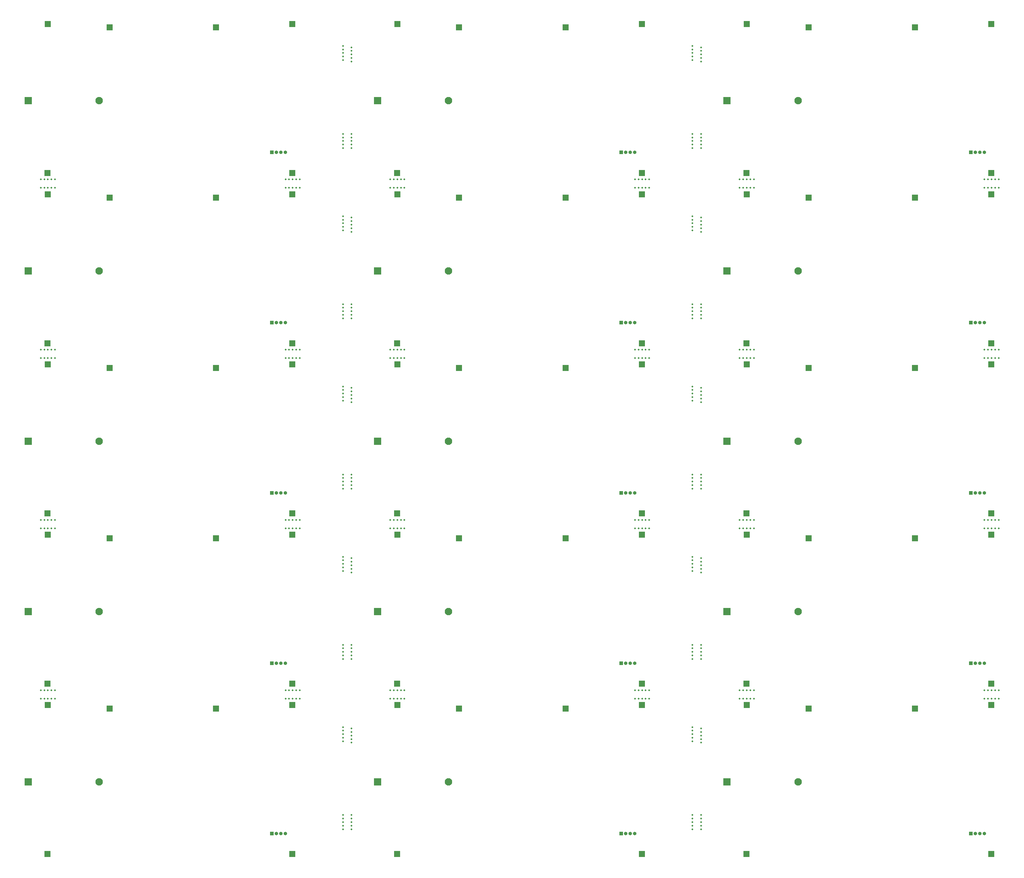
<source format=gbs>
%TF.GenerationSoftware,KiCad,Pcbnew,7.0.1-3b83917a11~171~ubuntu20.04.1*%
%TF.CreationDate,2023-10-26T23:57:44+02:00*%
%TF.ProjectId,panel_bottom,70616e65-6c5f-4626-9f74-746f6d2e6b69,rev?*%
%TF.SameCoordinates,Original*%
%TF.FileFunction,Soldermask,Bot*%
%TF.FilePolarity,Negative*%
%FSLAX46Y46*%
G04 Gerber Fmt 4.6, Leading zero omitted, Abs format (unit mm)*
G04 Created by KiCad (PCBNEW 7.0.1-3b83917a11~171~ubuntu20.04.1) date 2023-10-26 23:57:44*
%MOMM*%
%LPD*%
G01*
G04 APERTURE LIST*
%ADD10C,0.500000*%
%ADD11R,1.700000X1.700000*%
%ADD12R,2.100000X2.100000*%
%ADD13C,2.100000*%
%ADD14R,1.000000X1.000000*%
%ADD15O,1.000000X1.000000*%
G04 APERTURE END LIST*
D10*
%TO.C,KiKit_MB_41_2*%
X196550000Y-125200000D03*
%TD*%
%TO.C,KiKit_MB_47_3*%
X182350000Y-116200000D03*
%TD*%
%TO.C,KiKit_MB_4_2*%
X84850000Y-65800000D03*
%TD*%
%TO.C,KiKit_MB_38_3*%
X83850000Y-161800000D03*
%TD*%
%TO.C,KiKit_MB_72_2*%
X210850000Y-164200000D03*
%TD*%
%TO.C,KiKit_MB_23_1*%
X115350000Y-113800000D03*
%TD*%
%TO.C,KiKit_MB_86_4*%
X212850000Y-212200000D03*
%TD*%
%TO.C,KiKit_MB_53_3*%
X280850000Y-116200000D03*
%TD*%
%TO.C,KiKit_MB_57_4*%
X13850000Y-209800000D03*
%TD*%
%TO.C,KiKit_MB_76_4*%
X98050000Y-248000000D03*
%TD*%
%TO.C,KiKit_MB_40_3*%
X83850000Y-116200000D03*
%TD*%
%TO.C,KiKit_MB_68_3*%
X100450000Y-199000000D03*
%TD*%
%TO.C,KiKit_MB_12_5*%
X278850000Y-65800000D03*
%TD*%
%TO.C,KiKit_MB_50_1*%
X282850000Y-161800000D03*
%TD*%
%TO.C,KiKit_MB_6_4*%
X196550000Y-56000000D03*
%TD*%
%TO.C,KiKit_MB_15_2*%
X98050000Y-77200000D03*
%TD*%
%TO.C,KiKit_MB_33_1*%
X278850000Y-68200000D03*
%TD*%
%TO.C,KiKit_MB_65_3*%
X100450000Y-174600000D03*
%TD*%
%TO.C,KiKit_MB_33_3*%
X280850000Y-68200000D03*
%TD*%
%TO.C,KiKit_MB_37_1*%
X16850000Y-161800000D03*
%TD*%
%TO.C,KiKit_MB_44_1*%
X184350000Y-161800000D03*
%TD*%
%TO.C,KiKit_MB_49_3*%
X211850000Y-161800000D03*
%TD*%
%TO.C,KiKit_MB_10_1*%
X100450000Y-57000000D03*
%TD*%
%TO.C,KiKit_MB_4_5*%
X81850000Y-65800000D03*
%TD*%
%TO.C,KiKit_MB_48_1*%
X100450000Y-153000000D03*
%TD*%
%TO.C,KiKit_MB_51_3*%
X198950000Y-126600000D03*
%TD*%
%TO.C,KiKit_MB_65_2*%
X100450000Y-175600000D03*
%TD*%
%TO.C,KiKit_MB_73_5*%
X282850000Y-164200000D03*
%TD*%
%TO.C,KiKit_MB_37_4*%
X13850000Y-161800000D03*
%TD*%
%TO.C,KiKit_MB_24_1*%
X184350000Y-113800000D03*
%TD*%
%TO.C,KiKit_MB_2_1*%
X98050000Y-53000000D03*
%TD*%
%TO.C,KiKit_MB_51_1*%
X198950000Y-128600000D03*
%TD*%
%TO.C,KiKit_MB_23_3*%
X113350000Y-113800000D03*
%TD*%
%TO.C,KiKit_MB_10_5*%
X100450000Y-53000000D03*
%TD*%
%TO.C,KiKit_MB_35_3*%
X98050000Y-126200000D03*
%TD*%
%TO.C,KiKit_MB_8_3*%
X182350000Y-65800000D03*
%TD*%
%TO.C,KiKit_MB_41_4*%
X196550000Y-127200000D03*
%TD*%
%TO.C,KiKit_MB_42_3*%
X196550000Y-151000000D03*
%TD*%
%TO.C,KiKit_MB_26_1*%
X111350000Y-68200000D03*
%TD*%
%TO.C,KiKit_MB_49_1*%
X213850000Y-161800000D03*
%TD*%
%TO.C,KiKit_MB_72_4*%
X212850000Y-164200000D03*
%TD*%
%TO.C,KiKit_MB_83_4*%
X183350000Y-212200000D03*
%TD*%
%TO.C,KiKit_MB_1_3*%
X98050000Y-30200000D03*
%TD*%
%TO.C,KiKit_MB_54_4*%
X198950000Y-150000000D03*
%TD*%
%TO.C,KiKit_MB_62_3*%
X196550000Y-199000000D03*
%TD*%
%TO.C,KiKit_MB_50_5*%
X278850000Y-161800000D03*
%TD*%
%TO.C,KiKit_MB_45_1*%
X100450000Y-128600000D03*
%TD*%
%TO.C,KiKit_MB_4_1*%
X85850000Y-65800000D03*
%TD*%
%TO.C,KiKit_MB_53_4*%
X281850000Y-116200000D03*
%TD*%
%TO.C,KiKit_MB_14_3*%
X198950000Y-55000000D03*
%TD*%
%TO.C,KiKit_MB_69_2*%
X212850000Y-209800000D03*
%TD*%
%TO.C,KiKit_MB_32_5*%
X213850000Y-68200000D03*
%TD*%
%TO.C,KiKit_MB_4_4*%
X82850000Y-65800000D03*
%TD*%
%TO.C,KiKit_MB_76_5*%
X98050000Y-249000000D03*
%TD*%
%TO.C,KiKit_MB_37_5*%
X12850000Y-161800000D03*
%TD*%
%TO.C,KiKit_MB_76_2*%
X98050000Y-246000000D03*
%TD*%
%TO.C,KiKit_MB_45_3*%
X100450000Y-126600000D03*
%TD*%
%TO.C,KiKit_MB_56_1*%
X98050000Y-197000000D03*
%TD*%
%TO.C,KiKit_MB_63_4*%
X112350000Y-209800000D03*
%TD*%
%TO.C,KiKit_MB_78_1*%
X81850000Y-212200000D03*
%TD*%
%TO.C,KiKit_MB_70_3*%
X280850000Y-209800000D03*
%TD*%
%TO.C,KiKit_MB_64_5*%
X180350000Y-209800000D03*
%TD*%
%TO.C,KiKit_MB_23_5*%
X111350000Y-113800000D03*
%TD*%
%TO.C,KiKit_MB_53_1*%
X278850000Y-116200000D03*
%TD*%
%TO.C,KiKit_MB_83_3*%
X182350000Y-212200000D03*
%TD*%
%TO.C,KiKit_MB_11_3*%
X211850000Y-65800000D03*
%TD*%
%TO.C,KiKit_MB_32_3*%
X211850000Y-68200000D03*
%TD*%
D11*
%TO.C,J3*%
X14850000Y-22000000D03*
%TD*%
%TO.C,J3*%
X113350000Y-22000000D03*
%TD*%
%TO.C,J3*%
X211850000Y-22000000D03*
%TD*%
%TO.C,J3*%
X14850000Y-70000000D03*
%TD*%
%TO.C,J3*%
X113350000Y-70000000D03*
%TD*%
%TO.C,J3*%
X211850000Y-70000000D03*
%TD*%
%TO.C,J3*%
X14850000Y-118000000D03*
%TD*%
%TO.C,J3*%
X113350000Y-118000000D03*
%TD*%
%TO.C,J3*%
X211850000Y-118000000D03*
%TD*%
%TO.C,J3*%
X14850000Y-166000000D03*
%TD*%
%TO.C,J3*%
X113350000Y-166000000D03*
%TD*%
%TO.C,J3*%
X211850000Y-166000000D03*
%TD*%
%TO.C,J3*%
X14850000Y-214000000D03*
%TD*%
%TO.C,J3*%
X113350000Y-214000000D03*
%TD*%
%TO.C,J3*%
X211850000Y-214000000D03*
%TD*%
D10*
%TO.C,KiKit_MB_66_2*%
X112350000Y-164200000D03*
%TD*%
D11*
%TO.C,J2*%
X32250000Y-23000000D03*
%TD*%
%TO.C,J2*%
X130750000Y-23000000D03*
%TD*%
%TO.C,J2*%
X229250000Y-23000000D03*
%TD*%
%TO.C,J2*%
X32250000Y-71000000D03*
%TD*%
%TO.C,J2*%
X130750000Y-71000000D03*
%TD*%
%TO.C,J2*%
X229250000Y-71000000D03*
%TD*%
%TO.C,J2*%
X32250000Y-119000000D03*
%TD*%
%TO.C,J2*%
X130750000Y-119000000D03*
%TD*%
%TO.C,J2*%
X229250000Y-119000000D03*
%TD*%
%TO.C,J2*%
X32250000Y-167000000D03*
%TD*%
%TO.C,J2*%
X130750000Y-167000000D03*
%TD*%
%TO.C,J2*%
X229250000Y-167000000D03*
%TD*%
%TO.C,J2*%
X32250000Y-215000000D03*
%TD*%
%TO.C,J2*%
X130750000Y-215000000D03*
%TD*%
%TO.C,J2*%
X229250000Y-215000000D03*
%TD*%
D10*
%TO.C,KiKit_MB_9_3*%
X100450000Y-30600000D03*
%TD*%
%TO.C,KiKit_MB_47_2*%
X181350000Y-116200000D03*
%TD*%
%TO.C,KiKit_MB_54_2*%
X198950000Y-152000000D03*
%TD*%
%TO.C,KiKit_MB_35_4*%
X98050000Y-127200000D03*
%TD*%
%TO.C,KiKit_MB_44_2*%
X183350000Y-161800000D03*
%TD*%
%TO.C,KiKit_MB_58_5*%
X81850000Y-209800000D03*
%TD*%
%TO.C,KiKit_MB_3_4*%
X13850000Y-65800000D03*
%TD*%
%TO.C,KiKit_MB_75_3*%
X98050000Y-222200000D03*
%TD*%
%TO.C,KiKit_MB_30_4*%
X279850000Y-113800000D03*
%TD*%
%TO.C,KiKit_MB_21_4*%
X196550000Y-79200000D03*
%TD*%
%TO.C,KiKit_MB_43_2*%
X114350000Y-161800000D03*
%TD*%
%TO.C,KiKit_MB_17_5*%
X12850000Y-113800000D03*
%TD*%
%TO.C,KiKit_MB_8_5*%
X180350000Y-65800000D03*
%TD*%
%TO.C,KiKit_MB_13_5*%
X198950000Y-28600000D03*
%TD*%
%TO.C,KiKit_MB_40_4*%
X84850000Y-116200000D03*
%TD*%
%TO.C,KiKit_MB_42_5*%
X196550000Y-153000000D03*
%TD*%
%TO.C,KiKit_MB_37_2*%
X15850000Y-161800000D03*
%TD*%
%TO.C,KiKit_MB_85_4*%
X198950000Y-221600000D03*
%TD*%
%TO.C,KiKit_MB_24_2*%
X183350000Y-113800000D03*
%TD*%
%TO.C,KiKit_MB_67_2*%
X181350000Y-164200000D03*
%TD*%
%TO.C,KiKit_MB_75_2*%
X98050000Y-221200000D03*
%TD*%
%TO.C,KiKit_MB_48_4*%
X100450000Y-150000000D03*
%TD*%
%TO.C,KiKit_MB_73_4*%
X281850000Y-164200000D03*
%TD*%
%TO.C,KiKit_MB_65_5*%
X100450000Y-172600000D03*
%TD*%
%TO.C,KiKit_MB_78_3*%
X83850000Y-212200000D03*
%TD*%
%TO.C,KiKit_MB_30_5*%
X278850000Y-113800000D03*
%TD*%
%TO.C,KiKit_MB_58_4*%
X82850000Y-209800000D03*
%TD*%
%TO.C,KiKit_MB_23_4*%
X112350000Y-113800000D03*
%TD*%
%TO.C,KiKit_MB_20_1*%
X81850000Y-68200000D03*
%TD*%
%TO.C,KiKit_MB_51_4*%
X198950000Y-125600000D03*
%TD*%
%TO.C,KiKit_MB_5_1*%
X196550000Y-28200000D03*
%TD*%
%TO.C,KiKit_MB_63_1*%
X115350000Y-209800000D03*
%TD*%
%TO.C,KiKit_MB_2_4*%
X98050000Y-56000000D03*
%TD*%
%TO.C,KiKit_MB_44_5*%
X180350000Y-161800000D03*
%TD*%
%TO.C,KiKit_MB_19_3*%
X14850000Y-68200000D03*
%TD*%
%TO.C,KiKit_MB_19_4*%
X15850000Y-68200000D03*
%TD*%
%TO.C,KiKit_MB_43_4*%
X112350000Y-161800000D03*
%TD*%
%TO.C,KiKit_MB_29_5*%
X209850000Y-113800000D03*
%TD*%
%TO.C,KiKit_MB_68_4*%
X100450000Y-198000000D03*
%TD*%
%TO.C,KiKit_MB_88_5*%
X198950000Y-245000000D03*
%TD*%
%TO.C,KiKit_MB_48_3*%
X100450000Y-151000000D03*
%TD*%
%TO.C,KiKit_MB_1_2*%
X98050000Y-29200000D03*
%TD*%
%TO.C,KiKit_MB_38_2*%
X84850000Y-161800000D03*
%TD*%
%TO.C,KiKit_MB_78_4*%
X84850000Y-212200000D03*
%TD*%
%TO.C,KiKit_MB_86_5*%
X213850000Y-212200000D03*
%TD*%
%TO.C,KiKit_MB_13_1*%
X198950000Y-32600000D03*
%TD*%
%TO.C,KiKit_MB_31_1*%
X198950000Y-80600000D03*
%TD*%
%TO.C,KiKit_MB_76_3*%
X98050000Y-247000000D03*
%TD*%
%TO.C,KiKit_MB_63_5*%
X111350000Y-209800000D03*
%TD*%
%TO.C,KiKit_MB_44_3*%
X182350000Y-161800000D03*
%TD*%
%TO.C,KiKit_MB_82_3*%
X113350000Y-212200000D03*
%TD*%
%TO.C,KiKit_MB_73_3*%
X280850000Y-164200000D03*
%TD*%
%TO.C,KiKit_MB_46_3*%
X113350000Y-116200000D03*
%TD*%
%TO.C,KiKit_MB_59_4*%
X15850000Y-164200000D03*
%TD*%
%TO.C,KiKit_MB_82_4*%
X114350000Y-212200000D03*
%TD*%
%TO.C,KiKit_MB_16_4*%
X98050000Y-104000000D03*
%TD*%
%TO.C,KiKit_MB_11_1*%
X213850000Y-65800000D03*
%TD*%
%TO.C,KiKit_MB_61_2*%
X196550000Y-173200000D03*
%TD*%
%TO.C,KiKit_MB_21_1*%
X196550000Y-76200000D03*
%TD*%
%TO.C,KiKit_MB_56_5*%
X98050000Y-201000000D03*
%TD*%
%TO.C,KiKit_MB_88_3*%
X198950000Y-247000000D03*
%TD*%
%TO.C,KiKit_MB_58_3*%
X83850000Y-209800000D03*
%TD*%
%TO.C,KiKit_MB_22_1*%
X196550000Y-101000000D03*
%TD*%
%TO.C,KiKit_MB_9_1*%
X100450000Y-32600000D03*
%TD*%
D11*
%TO.C,J8*%
X14750000Y-64000000D03*
%TD*%
%TO.C,J8*%
X113250000Y-64000000D03*
%TD*%
%TO.C,J8*%
X211750000Y-64000000D03*
%TD*%
%TO.C,J8*%
X14750000Y-112000000D03*
%TD*%
%TO.C,J8*%
X113250000Y-112000000D03*
%TD*%
%TO.C,J8*%
X211750000Y-112000000D03*
%TD*%
%TO.C,J8*%
X14750000Y-160000000D03*
%TD*%
%TO.C,J8*%
X113250000Y-160000000D03*
%TD*%
%TO.C,J8*%
X211750000Y-160000000D03*
%TD*%
%TO.C,J8*%
X14750000Y-208000000D03*
%TD*%
%TO.C,J8*%
X113250000Y-208000000D03*
%TD*%
%TO.C,J8*%
X211750000Y-208000000D03*
%TD*%
%TO.C,J8*%
X14750000Y-256000000D03*
%TD*%
%TO.C,J8*%
X113250000Y-256000000D03*
%TD*%
%TO.C,J8*%
X211750000Y-256000000D03*
%TD*%
D10*
%TO.C,KiKit_MB_59_5*%
X16850000Y-164200000D03*
%TD*%
%TO.C,KiKit_MB_52_1*%
X209850000Y-116200000D03*
%TD*%
%TO.C,KiKit_MB_26_4*%
X114350000Y-68200000D03*
%TD*%
%TO.C,KiKit_MB_71_5*%
X198950000Y-172600000D03*
%TD*%
%TO.C,KiKit_MB_34_4*%
X198950000Y-102000000D03*
%TD*%
%TO.C,KiKit_MB_14_4*%
X198950000Y-54000000D03*
%TD*%
%TO.C,KiKit_MB_52_5*%
X213850000Y-116200000D03*
%TD*%
%TO.C,KiKit_MB_25_1*%
X100450000Y-80600000D03*
%TD*%
%TO.C,KiKit_MB_24_5*%
X180350000Y-113800000D03*
%TD*%
%TO.C,KiKit_MB_36_1*%
X98050000Y-149000000D03*
%TD*%
%TO.C,KiKit_MB_80_5*%
X196550000Y-249000000D03*
%TD*%
%TO.C,KiKit_MB_39_4*%
X15850000Y-116200000D03*
%TD*%
%TO.C,KiKit_MB_57_2*%
X15850000Y-209800000D03*
%TD*%
%TO.C,KiKit_MB_1_5*%
X98050000Y-32200000D03*
%TD*%
%TO.C,KiKit_MB_81_4*%
X100450000Y-221600000D03*
%TD*%
%TO.C,KiKit_MB_36_3*%
X98050000Y-151000000D03*
%TD*%
%TO.C,KiKit_MB_14_1*%
X198950000Y-57000000D03*
%TD*%
%TO.C,KiKit_MB_32_4*%
X212850000Y-68200000D03*
%TD*%
%TO.C,KiKit_MB_75_4*%
X98050000Y-223200000D03*
%TD*%
D12*
%TO.C,BT1*%
X9281400Y-43618800D03*
D13*
X29281400Y-43618800D03*
%TD*%
D12*
%TO.C,BT1*%
X107781400Y-43618800D03*
D13*
X127781400Y-43618800D03*
%TD*%
D12*
%TO.C,BT1*%
X206281400Y-43618800D03*
D13*
X226281400Y-43618800D03*
%TD*%
D12*
%TO.C,BT1*%
X9281400Y-91618800D03*
D13*
X29281400Y-91618800D03*
%TD*%
D12*
%TO.C,BT1*%
X107781400Y-91618800D03*
D13*
X127781400Y-91618800D03*
%TD*%
D12*
%TO.C,BT1*%
X206281400Y-91618800D03*
D13*
X226281400Y-91618800D03*
%TD*%
D12*
%TO.C,BT1*%
X9281400Y-139618800D03*
D13*
X29281400Y-139618800D03*
%TD*%
D12*
%TO.C,BT1*%
X107781400Y-139618800D03*
D13*
X127781400Y-139618800D03*
%TD*%
D12*
%TO.C,BT1*%
X206281400Y-139618800D03*
D13*
X226281400Y-139618800D03*
%TD*%
D12*
%TO.C,BT1*%
X9281400Y-187618800D03*
D13*
X29281400Y-187618800D03*
%TD*%
D12*
%TO.C,BT1*%
X107781400Y-187618800D03*
D13*
X127781400Y-187618800D03*
%TD*%
D12*
%TO.C,BT1*%
X206281400Y-187618800D03*
D13*
X226281400Y-187618800D03*
%TD*%
D12*
%TO.C,BT1*%
X9281400Y-235618800D03*
D13*
X29281400Y-235618800D03*
%TD*%
D12*
%TO.C,BT1*%
X107781400Y-235618800D03*
D13*
X127781400Y-235618800D03*
%TD*%
D12*
%TO.C,BT1*%
X206281400Y-235618800D03*
D13*
X226281400Y-235618800D03*
%TD*%
D10*
%TO.C,KiKit_MB_50_3*%
X280850000Y-161800000D03*
%TD*%
%TO.C,KiKit_MB_74_1*%
X198950000Y-201000000D03*
%TD*%
%TO.C,KiKit_MB_65_1*%
X100450000Y-176600000D03*
%TD*%
%TO.C,KiKit_MB_56_2*%
X98050000Y-198000000D03*
%TD*%
%TO.C,KiKit_MB_18_4*%
X82850000Y-113800000D03*
%TD*%
%TO.C,KiKit_MB_39_3*%
X14850000Y-116200000D03*
%TD*%
%TO.C,KiKit_MB_35_2*%
X98050000Y-125200000D03*
%TD*%
%TO.C,KiKit_MB_26_5*%
X115350000Y-68200000D03*
%TD*%
%TO.C,KiKit_MB_55_4*%
X98050000Y-175200000D03*
%TD*%
%TO.C,KiKit_MB_66_4*%
X114350000Y-164200000D03*
%TD*%
%TO.C,KiKit_MB_52_3*%
X211850000Y-116200000D03*
%TD*%
%TO.C,KiKit_MB_29_3*%
X211850000Y-113800000D03*
%TD*%
%TO.C,KiKit_MB_64_1*%
X184350000Y-209800000D03*
%TD*%
%TO.C,KiKit_MB_40_5*%
X85850000Y-116200000D03*
%TD*%
%TO.C,KiKit_MB_9_2*%
X100450000Y-31600000D03*
%TD*%
%TO.C,KiKit_MB_43_5*%
X111350000Y-161800000D03*
%TD*%
%TO.C,KiKit_MB_68_1*%
X100450000Y-201000000D03*
%TD*%
%TO.C,KiKit_MB_64_3*%
X182350000Y-209800000D03*
%TD*%
%TO.C,KiKit_MB_6_5*%
X196550000Y-57000000D03*
%TD*%
%TO.C,KiKit_MB_16_5*%
X98050000Y-105000000D03*
%TD*%
%TO.C,KiKit_MB_66_3*%
X113350000Y-164200000D03*
%TD*%
%TO.C,KiKit_MB_13_2*%
X198950000Y-31600000D03*
%TD*%
%TO.C,KiKit_MB_39_5*%
X16850000Y-116200000D03*
%TD*%
%TO.C,KiKit_MB_63_2*%
X114350000Y-209800000D03*
%TD*%
%TO.C,KiKit_MB_8_1*%
X184350000Y-65800000D03*
%TD*%
%TO.C,KiKit_MB_43_1*%
X115350000Y-161800000D03*
%TD*%
%TO.C,KiKit_MB_80_4*%
X196550000Y-248000000D03*
%TD*%
%TO.C,KiKit_MB_28_5*%
X100450000Y-101000000D03*
%TD*%
%TO.C,KiKit_MB_87_1*%
X278850000Y-212200000D03*
%TD*%
%TO.C,KiKit_MB_55_1*%
X98050000Y-172200000D03*
%TD*%
%TO.C,KiKit_MB_75_1*%
X98050000Y-220200000D03*
%TD*%
%TO.C,KiKit_MB_52_4*%
X212850000Y-116200000D03*
%TD*%
%TO.C,KiKit_MB_39_1*%
X12850000Y-116200000D03*
%TD*%
%TO.C,KiKit_MB_81_1*%
X100450000Y-224600000D03*
%TD*%
%TO.C,KiKit_MB_6_2*%
X196550000Y-54000000D03*
%TD*%
%TO.C,KiKit_MB_70_5*%
X278850000Y-209800000D03*
%TD*%
%TO.C,KiKit_MB_10_4*%
X100450000Y-54000000D03*
%TD*%
%TO.C,KiKit_MB_12_4*%
X279850000Y-65800000D03*
%TD*%
%TO.C,KiKit_MB_34_1*%
X198950000Y-105000000D03*
%TD*%
%TO.C,KiKit_MB_82_2*%
X112350000Y-212200000D03*
%TD*%
%TO.C,KiKit_MB_18_5*%
X81850000Y-113800000D03*
%TD*%
%TO.C,KiKit_MB_19_5*%
X16850000Y-68200000D03*
%TD*%
%TO.C,KiKit_MB_22_2*%
X196550000Y-102000000D03*
%TD*%
%TO.C,KiKit_MB_7_3*%
X113350000Y-65800000D03*
%TD*%
%TO.C,KiKit_MB_84_5*%
X100450000Y-245000000D03*
%TD*%
%TO.C,KiKit_MB_47_5*%
X184350000Y-116200000D03*
%TD*%
%TO.C,KiKit_MB_21_3*%
X196550000Y-78200000D03*
%TD*%
%TO.C,KiKit_MB_60_4*%
X84850000Y-164200000D03*
%TD*%
%TO.C,KiKit_MB_15_1*%
X98050000Y-76200000D03*
%TD*%
%TO.C,KiKit_MB_28_1*%
X100450000Y-105000000D03*
%TD*%
%TO.C,KiKit_MB_27_1*%
X180350000Y-68200000D03*
%TD*%
%TO.C,KiKit_MB_85_3*%
X198950000Y-222600000D03*
%TD*%
%TO.C,KiKit_MB_1_4*%
X98050000Y-31200000D03*
%TD*%
%TO.C,KiKit_MB_23_2*%
X114350000Y-113800000D03*
%TD*%
%TO.C,KiKit_MB_56_4*%
X98050000Y-200000000D03*
%TD*%
%TO.C,KiKit_MB_75_5*%
X98050000Y-224200000D03*
%TD*%
%TO.C,KiKit_MB_55_2*%
X98050000Y-173200000D03*
%TD*%
%TO.C,KiKit_MB_62_5*%
X196550000Y-201000000D03*
%TD*%
%TO.C,KiKit_MB_74_4*%
X198950000Y-198000000D03*
%TD*%
%TO.C,KiKit_MB_10_3*%
X100450000Y-55000000D03*
%TD*%
%TO.C,KiKit_MB_16_2*%
X98050000Y-102000000D03*
%TD*%
%TO.C,KiKit_MB_69_3*%
X211850000Y-209800000D03*
%TD*%
%TO.C,KiKit_MB_84_4*%
X100450000Y-246000000D03*
%TD*%
%TO.C,KiKit_MB_34_3*%
X198950000Y-103000000D03*
%TD*%
%TO.C,KiKit_MB_25_3*%
X100450000Y-78600000D03*
%TD*%
%TO.C,KiKit_MB_5_3*%
X196550000Y-30200000D03*
%TD*%
%TO.C,KiKit_MB_5_2*%
X196550000Y-29200000D03*
%TD*%
%TO.C,KiKit_MB_72_1*%
X209850000Y-164200000D03*
%TD*%
%TO.C,KiKit_MB_78_5*%
X85850000Y-212200000D03*
%TD*%
%TO.C,KiKit_MB_13_4*%
X198950000Y-29600000D03*
%TD*%
%TO.C,KiKit_MB_77_1*%
X12850000Y-212200000D03*
%TD*%
%TO.C,KiKit_MB_83_1*%
X180350000Y-212200000D03*
%TD*%
%TO.C,KiKit_MB_85_5*%
X198950000Y-220600000D03*
%TD*%
%TO.C,KiKit_MB_61_3*%
X196550000Y-174200000D03*
%TD*%
%TO.C,KiKit_MB_55_3*%
X98050000Y-174200000D03*
%TD*%
%TO.C,KiKit_MB_56_3*%
X98050000Y-199000000D03*
%TD*%
%TO.C,KiKit_MB_6_3*%
X196550000Y-55000000D03*
%TD*%
%TO.C,KiKit_MB_42_2*%
X196550000Y-150000000D03*
%TD*%
%TO.C,KiKit_MB_11_5*%
X209850000Y-65800000D03*
%TD*%
%TO.C,KiKit_MB_64_2*%
X183350000Y-209800000D03*
%TD*%
%TO.C,KiKit_MB_13_3*%
X198950000Y-30600000D03*
%TD*%
%TO.C,KiKit_MB_49_5*%
X209850000Y-161800000D03*
%TD*%
%TO.C,KiKit_MB_51_5*%
X198950000Y-124600000D03*
%TD*%
%TO.C,KiKit_MB_29_4*%
X210850000Y-113800000D03*
%TD*%
%TO.C,KiKit_MB_67_3*%
X182350000Y-164200000D03*
%TD*%
%TO.C,KiKit_MB_58_1*%
X85850000Y-209800000D03*
%TD*%
%TO.C,KiKit_MB_28_2*%
X100450000Y-104000000D03*
%TD*%
%TO.C,KiKit_MB_43_3*%
X113350000Y-161800000D03*
%TD*%
%TO.C,KiKit_MB_68_2*%
X100450000Y-200000000D03*
%TD*%
%TO.C,KiKit_MB_7_1*%
X115350000Y-65800000D03*
%TD*%
%TO.C,KiKit_MB_69_1*%
X213850000Y-209800000D03*
%TD*%
%TO.C,KiKit_MB_9_4*%
X100450000Y-29600000D03*
%TD*%
%TO.C,KiKit_MB_20_2*%
X82850000Y-68200000D03*
%TD*%
%TO.C,KiKit_MB_34_5*%
X198950000Y-101000000D03*
%TD*%
%TO.C,KiKit_MB_47_4*%
X183350000Y-116200000D03*
%TD*%
%TO.C,KiKit_MB_51_2*%
X198950000Y-127600000D03*
%TD*%
%TO.C,KiKit_MB_80_2*%
X196550000Y-246000000D03*
%TD*%
D11*
%TO.C,J6*%
X83750000Y-22000000D03*
%TD*%
%TO.C,J6*%
X182250000Y-22000000D03*
%TD*%
%TO.C,J6*%
X280750000Y-22000000D03*
%TD*%
%TO.C,J6*%
X83750000Y-70000000D03*
%TD*%
%TO.C,J6*%
X182250000Y-70000000D03*
%TD*%
%TO.C,J6*%
X280750000Y-70000000D03*
%TD*%
%TO.C,J6*%
X83750000Y-118000000D03*
%TD*%
%TO.C,J6*%
X182250000Y-118000000D03*
%TD*%
%TO.C,J6*%
X280750000Y-118000000D03*
%TD*%
%TO.C,J6*%
X83750000Y-166000000D03*
%TD*%
%TO.C,J6*%
X182250000Y-166000000D03*
%TD*%
%TO.C,J6*%
X280750000Y-166000000D03*
%TD*%
%TO.C,J6*%
X83750000Y-214000000D03*
%TD*%
%TO.C,J6*%
X182250000Y-214000000D03*
%TD*%
%TO.C,J6*%
X280750000Y-214000000D03*
%TD*%
D10*
%TO.C,KiKit_MB_6_1*%
X196550000Y-53000000D03*
%TD*%
%TO.C,KiKit_MB_31_5*%
X198950000Y-76600000D03*
%TD*%
%TO.C,KiKit_MB_77_2*%
X13850000Y-212200000D03*
%TD*%
%TO.C,KiKit_MB_31_4*%
X198950000Y-77600000D03*
%TD*%
%TO.C,KiKit_MB_85_2*%
X198950000Y-223600000D03*
%TD*%
%TO.C,KiKit_MB_78_2*%
X82850000Y-212200000D03*
%TD*%
%TO.C,KiKit_MB_46_1*%
X111350000Y-116200000D03*
%TD*%
%TO.C,KiKit_MB_77_3*%
X14850000Y-212200000D03*
%TD*%
%TO.C,KiKit_MB_27_5*%
X184350000Y-68200000D03*
%TD*%
%TO.C,KiKit_MB_68_5*%
X100450000Y-197000000D03*
%TD*%
%TO.C,KiKit_MB_31_2*%
X198950000Y-79600000D03*
%TD*%
%TO.C,KiKit_MB_87_4*%
X281850000Y-212200000D03*
%TD*%
%TO.C,KiKit_MB_81_5*%
X100450000Y-220600000D03*
%TD*%
%TO.C,KiKit_MB_14_5*%
X198950000Y-53000000D03*
%TD*%
%TO.C,KiKit_MB_41_1*%
X196550000Y-124200000D03*
%TD*%
%TO.C,KiKit_MB_46_5*%
X115350000Y-116200000D03*
%TD*%
%TO.C,KiKit_MB_59_3*%
X14850000Y-164200000D03*
%TD*%
%TO.C,KiKit_MB_15_5*%
X98050000Y-80200000D03*
%TD*%
%TO.C,KiKit_MB_86_1*%
X209850000Y-212200000D03*
%TD*%
%TO.C,KiKit_MB_2_3*%
X98050000Y-55000000D03*
%TD*%
%TO.C,KiKit_MB_58_2*%
X84850000Y-209800000D03*
%TD*%
%TO.C,KiKit_MB_47_1*%
X180350000Y-116200000D03*
%TD*%
%TO.C,KiKit_MB_45_4*%
X100450000Y-125600000D03*
%TD*%
%TO.C,KiKit_MB_49_4*%
X210850000Y-161800000D03*
%TD*%
%TO.C,KiKit_MB_74_2*%
X198950000Y-200000000D03*
%TD*%
%TO.C,KiKit_MB_55_5*%
X98050000Y-176200000D03*
%TD*%
%TO.C,KiKit_MB_10_2*%
X100450000Y-56000000D03*
%TD*%
%TO.C,KiKit_MB_40_1*%
X81850000Y-116200000D03*
%TD*%
%TO.C,KiKit_MB_35_5*%
X98050000Y-128200000D03*
%TD*%
%TO.C,KiKit_MB_30_2*%
X281850000Y-113800000D03*
%TD*%
%TO.C,KiKit_MB_61_4*%
X196550000Y-175200000D03*
%TD*%
%TO.C,KiKit_MB_29_1*%
X213850000Y-113800000D03*
%TD*%
%TO.C,KiKit_MB_38_4*%
X82850000Y-161800000D03*
%TD*%
%TO.C,KiKit_MB_67_4*%
X183350000Y-164200000D03*
%TD*%
%TO.C,KiKit_MB_45_5*%
X100450000Y-124600000D03*
%TD*%
%TO.C,KiKit_MB_4_3*%
X83850000Y-65800000D03*
%TD*%
%TO.C,KiKit_MB_60_3*%
X83850000Y-164200000D03*
%TD*%
%TO.C,KiKit_MB_3_2*%
X15850000Y-65800000D03*
%TD*%
%TO.C,KiKit_MB_59_1*%
X12850000Y-164200000D03*
%TD*%
%TO.C,KiKit_MB_49_2*%
X212850000Y-161800000D03*
%TD*%
%TO.C,KiKit_MB_84_1*%
X100450000Y-249000000D03*
%TD*%
%TO.C,KiKit_MB_31_3*%
X198950000Y-78600000D03*
%TD*%
%TO.C,KiKit_MB_45_2*%
X100450000Y-127600000D03*
%TD*%
%TO.C,KiKit_MB_5_5*%
X196550000Y-32200000D03*
%TD*%
%TO.C,KiKit_MB_19_1*%
X12850000Y-68200000D03*
%TD*%
%TO.C,KiKit_MB_46_4*%
X114350000Y-116200000D03*
%TD*%
%TO.C,KiKit_MB_65_4*%
X100450000Y-173600000D03*
%TD*%
%TO.C,KiKit_MB_39_2*%
X13850000Y-116200000D03*
%TD*%
%TO.C,KiKit_MB_53_5*%
X282850000Y-116200000D03*
%TD*%
%TO.C,KiKit_MB_70_2*%
X281850000Y-209800000D03*
%TD*%
%TO.C,KiKit_MB_36_5*%
X98050000Y-153000000D03*
%TD*%
%TO.C,KiKit_MB_22_4*%
X196550000Y-104000000D03*
%TD*%
%TO.C,KiKit_MB_2_5*%
X98050000Y-57000000D03*
%TD*%
%TO.C,KiKit_MB_30_1*%
X282850000Y-113800000D03*
%TD*%
%TO.C,KiKit_MB_32_1*%
X209850000Y-68200000D03*
%TD*%
%TO.C,KiKit_MB_60_5*%
X85850000Y-164200000D03*
%TD*%
%TO.C,KiKit_MB_57_1*%
X16850000Y-209800000D03*
%TD*%
%TO.C,KiKit_MB_30_3*%
X280850000Y-113800000D03*
%TD*%
%TO.C,KiKit_MB_61_5*%
X196550000Y-176200000D03*
%TD*%
%TO.C,KiKit_MB_82_1*%
X111350000Y-212200000D03*
%TD*%
%TO.C,KiKit_MB_44_4*%
X181350000Y-161800000D03*
%TD*%
%TO.C,KiKit_MB_69_5*%
X209850000Y-209800000D03*
%TD*%
%TO.C,KiKit_MB_60_1*%
X81850000Y-164200000D03*
%TD*%
%TO.C,KiKit_MB_57_5*%
X12850000Y-209800000D03*
%TD*%
%TO.C,KiKit_MB_33_4*%
X281850000Y-68200000D03*
%TD*%
%TO.C,KiKit_MB_70_1*%
X282850000Y-209800000D03*
%TD*%
%TO.C,KiKit_MB_54_5*%
X198950000Y-149000000D03*
%TD*%
%TO.C,KiKit_MB_18_3*%
X83850000Y-113800000D03*
%TD*%
%TO.C,KiKit_MB_21_5*%
X196550000Y-80200000D03*
%TD*%
%TO.C,KiKit_MB_54_3*%
X198950000Y-151000000D03*
%TD*%
%TO.C,KiKit_MB_19_2*%
X13850000Y-68200000D03*
%TD*%
%TO.C,KiKit_MB_79_5*%
X196550000Y-224200000D03*
%TD*%
%TO.C,KiKit_MB_74_3*%
X198950000Y-199000000D03*
%TD*%
%TO.C,KiKit_MB_46_2*%
X112350000Y-116200000D03*
%TD*%
%TO.C,KiKit_MB_7_4*%
X112350000Y-65800000D03*
%TD*%
%TO.C,KiKit_MB_28_3*%
X100450000Y-103000000D03*
%TD*%
%TO.C,KiKit_MB_48_2*%
X100450000Y-152000000D03*
%TD*%
%TO.C,KiKit_MB_57_3*%
X14850000Y-209800000D03*
%TD*%
%TO.C,KiKit_MB_7_5*%
X111350000Y-65800000D03*
%TD*%
%TO.C,KiKit_MB_48_5*%
X100450000Y-149000000D03*
%TD*%
%TO.C,KiKit_MB_3_5*%
X12850000Y-65800000D03*
%TD*%
D11*
%TO.C,J5*%
X62250000Y-23000000D03*
%TD*%
%TO.C,J5*%
X160750000Y-23000000D03*
%TD*%
%TO.C,J5*%
X259250000Y-23000000D03*
%TD*%
%TO.C,J5*%
X62250000Y-71000000D03*
%TD*%
%TO.C,J5*%
X160750000Y-71000000D03*
%TD*%
%TO.C,J5*%
X259250000Y-71000000D03*
%TD*%
%TO.C,J5*%
X160750000Y-215000000D03*
%TD*%
%TO.C,J5*%
X62250000Y-119000000D03*
%TD*%
%TO.C,J5*%
X160750000Y-119000000D03*
%TD*%
%TO.C,J5*%
X259250000Y-119000000D03*
%TD*%
%TO.C,J5*%
X62250000Y-167000000D03*
%TD*%
%TO.C,J5*%
X160750000Y-167000000D03*
%TD*%
%TO.C,J5*%
X259250000Y-167000000D03*
%TD*%
%TO.C,J5*%
X62250000Y-215000000D03*
%TD*%
%TO.C,J5*%
X259250000Y-215000000D03*
%TD*%
D10*
%TO.C,KiKit_MB_79_1*%
X196550000Y-220200000D03*
%TD*%
%TO.C,KiKit_MB_29_2*%
X212850000Y-113800000D03*
%TD*%
%TO.C,KiKit_MB_37_3*%
X14850000Y-161800000D03*
%TD*%
%TO.C,KiKit_MB_33_5*%
X282850000Y-68200000D03*
%TD*%
%TO.C,KiKit_MB_88_4*%
X198950000Y-246000000D03*
%TD*%
D11*
%TO.C,J4*%
X83750000Y-64000000D03*
%TD*%
%TO.C,J4*%
X182250000Y-64000000D03*
%TD*%
%TO.C,J4*%
X280750000Y-64000000D03*
%TD*%
%TO.C,J4*%
X83750000Y-112000000D03*
%TD*%
%TO.C,J4*%
X182250000Y-112000000D03*
%TD*%
%TO.C,J4*%
X280750000Y-112000000D03*
%TD*%
%TO.C,J4*%
X83750000Y-160000000D03*
%TD*%
%TO.C,J4*%
X182250000Y-160000000D03*
%TD*%
%TO.C,J4*%
X280750000Y-160000000D03*
%TD*%
%TO.C,J4*%
X83750000Y-208000000D03*
%TD*%
%TO.C,J4*%
X182250000Y-208000000D03*
%TD*%
%TO.C,J4*%
X280750000Y-208000000D03*
%TD*%
%TO.C,J4*%
X83750000Y-256000000D03*
%TD*%
%TO.C,J4*%
X182250000Y-256000000D03*
%TD*%
%TO.C,J4*%
X280750000Y-256000000D03*
%TD*%
D10*
%TO.C,KiKit_MB_69_4*%
X210850000Y-209800000D03*
%TD*%
%TO.C,KiKit_MB_64_4*%
X181350000Y-209800000D03*
%TD*%
%TO.C,KiKit_MB_53_2*%
X279850000Y-116200000D03*
%TD*%
%TO.C,KiKit_MB_22_3*%
X196550000Y-103000000D03*
%TD*%
%TO.C,KiKit_MB_36_2*%
X98050000Y-150000000D03*
%TD*%
%TO.C,KiKit_MB_73_2*%
X279850000Y-164200000D03*
%TD*%
%TO.C,KiKit_MB_25_2*%
X100450000Y-79600000D03*
%TD*%
%TO.C,KiKit_MB_17_4*%
X13850000Y-113800000D03*
%TD*%
%TO.C,KiKit_MB_32_2*%
X210850000Y-68200000D03*
%TD*%
%TO.C,KiKit_MB_80_1*%
X196550000Y-245000000D03*
%TD*%
%TO.C,KiKit_MB_11_4*%
X210850000Y-65800000D03*
%TD*%
%TO.C,KiKit_MB_33_2*%
X279850000Y-68200000D03*
%TD*%
%TO.C,KiKit_MB_24_4*%
X181350000Y-113800000D03*
%TD*%
%TO.C,KiKit_MB_72_5*%
X213850000Y-164200000D03*
%TD*%
%TO.C,KiKit_MB_67_5*%
X184350000Y-164200000D03*
%TD*%
%TO.C,KiKit_MB_8_4*%
X181350000Y-65800000D03*
%TD*%
%TO.C,KiKit_MB_85_1*%
X198950000Y-224600000D03*
%TD*%
%TO.C,KiKit_MB_26_2*%
X112350000Y-68200000D03*
%TD*%
%TO.C,KiKit_MB_79_3*%
X196550000Y-222200000D03*
%TD*%
%TO.C,KiKit_MB_63_3*%
X113350000Y-209800000D03*
%TD*%
%TO.C,KiKit_MB_72_3*%
X211850000Y-164200000D03*
%TD*%
%TO.C,KiKit_MB_76_1*%
X98050000Y-245000000D03*
%TD*%
%TO.C,KiKit_MB_84_3*%
X100450000Y-247000000D03*
%TD*%
%TO.C,KiKit_MB_77_5*%
X16850000Y-212200000D03*
%TD*%
%TO.C,KiKit_MB_42_4*%
X196550000Y-152000000D03*
%TD*%
%TO.C,KiKit_MB_7_2*%
X114350000Y-65800000D03*
%TD*%
%TO.C,KiKit_MB_70_4*%
X279850000Y-209800000D03*
%TD*%
%TO.C,KiKit_MB_18_1*%
X85850000Y-113800000D03*
%TD*%
%TO.C,KiKit_MB_20_3*%
X83850000Y-68200000D03*
%TD*%
%TO.C,KiKit_MB_79_2*%
X196550000Y-221200000D03*
%TD*%
%TO.C,KiKit_MB_9_5*%
X100450000Y-28600000D03*
%TD*%
%TO.C,KiKit_MB_1_1*%
X98050000Y-28200000D03*
%TD*%
%TO.C,KiKit_MB_62_2*%
X196550000Y-198000000D03*
%TD*%
%TO.C,KiKit_MB_79_4*%
X196550000Y-223200000D03*
%TD*%
%TO.C,KiKit_MB_36_4*%
X98050000Y-152000000D03*
%TD*%
%TO.C,KiKit_MB_20_4*%
X84850000Y-68200000D03*
%TD*%
%TO.C,KiKit_MB_15_4*%
X98050000Y-79200000D03*
%TD*%
%TO.C,KiKit_MB_11_2*%
X212850000Y-65800000D03*
%TD*%
%TO.C,KiKit_MB_67_1*%
X180350000Y-164200000D03*
%TD*%
%TO.C,KiKit_MB_22_5*%
X196550000Y-105000000D03*
%TD*%
D14*
%TO.C,J1*%
X77980000Y-58200000D03*
D15*
X79250000Y-58200000D03*
X80520000Y-58200000D03*
X81790000Y-58200000D03*
%TD*%
D14*
%TO.C,J1*%
X176480000Y-58200000D03*
D15*
X177750000Y-58200000D03*
X179020000Y-58200000D03*
X180290000Y-58200000D03*
%TD*%
D14*
%TO.C,J1*%
X274980000Y-58200000D03*
D15*
X276250000Y-58200000D03*
X277520000Y-58200000D03*
X278790000Y-58200000D03*
%TD*%
D14*
%TO.C,J1*%
X77980000Y-106200000D03*
D15*
X79250000Y-106200000D03*
X80520000Y-106200000D03*
X81790000Y-106200000D03*
%TD*%
D14*
%TO.C,J1*%
X176480000Y-106200000D03*
D15*
X177750000Y-106200000D03*
X179020000Y-106200000D03*
X180290000Y-106200000D03*
%TD*%
D14*
%TO.C,J1*%
X274980000Y-106200000D03*
D15*
X276250000Y-106200000D03*
X277520000Y-106200000D03*
X278790000Y-106200000D03*
%TD*%
D14*
%TO.C,J1*%
X77980000Y-154200000D03*
D15*
X79250000Y-154200000D03*
X80520000Y-154200000D03*
X81790000Y-154200000D03*
%TD*%
D14*
%TO.C,J1*%
X176480000Y-154200000D03*
D15*
X177750000Y-154200000D03*
X179020000Y-154200000D03*
X180290000Y-154200000D03*
%TD*%
D14*
%TO.C,J1*%
X274980000Y-154200000D03*
D15*
X276250000Y-154200000D03*
X277520000Y-154200000D03*
X278790000Y-154200000D03*
%TD*%
D14*
%TO.C,J1*%
X77980000Y-202200000D03*
D15*
X79250000Y-202200000D03*
X80520000Y-202200000D03*
X81790000Y-202200000D03*
%TD*%
D14*
%TO.C,J1*%
X176480000Y-202200000D03*
D15*
X177750000Y-202200000D03*
X179020000Y-202200000D03*
X180290000Y-202200000D03*
%TD*%
D14*
%TO.C,J1*%
X274980000Y-202200000D03*
D15*
X276250000Y-202200000D03*
X277520000Y-202200000D03*
X278790000Y-202200000D03*
%TD*%
D14*
%TO.C,J1*%
X77980000Y-250200000D03*
D15*
X79250000Y-250200000D03*
X80520000Y-250200000D03*
X81790000Y-250200000D03*
%TD*%
D14*
%TO.C,J1*%
X176480000Y-250200000D03*
D15*
X177750000Y-250200000D03*
X179020000Y-250200000D03*
X180290000Y-250200000D03*
%TD*%
D14*
%TO.C,J1*%
X274980000Y-250200000D03*
D15*
X276250000Y-250200000D03*
X277520000Y-250200000D03*
X278790000Y-250200000D03*
%TD*%
D10*
%TO.C,KiKit_MB_2_2*%
X98050000Y-54000000D03*
%TD*%
%TO.C,KiKit_MB_26_3*%
X113350000Y-68200000D03*
%TD*%
%TO.C,KiKit_MB_38_5*%
X81850000Y-161800000D03*
%TD*%
%TO.C,KiKit_MB_12_1*%
X282850000Y-65800000D03*
%TD*%
%TO.C,KiKit_MB_62_4*%
X196550000Y-200000000D03*
%TD*%
%TO.C,KiKit_MB_74_5*%
X198950000Y-197000000D03*
%TD*%
%TO.C,KiKit_MB_40_2*%
X82850000Y-116200000D03*
%TD*%
%TO.C,KiKit_MB_88_2*%
X198950000Y-248000000D03*
%TD*%
%TO.C,KiKit_MB_73_1*%
X278850000Y-164200000D03*
%TD*%
%TO.C,KiKit_MB_86_2*%
X210850000Y-212200000D03*
%TD*%
%TO.C,KiKit_MB_71_2*%
X198950000Y-175600000D03*
%TD*%
%TO.C,KiKit_MB_54_1*%
X198950000Y-153000000D03*
%TD*%
%TO.C,KiKit_MB_50_2*%
X281850000Y-161800000D03*
%TD*%
%TO.C,KiKit_MB_21_2*%
X196550000Y-77200000D03*
%TD*%
%TO.C,KiKit_MB_71_3*%
X198950000Y-174600000D03*
%TD*%
%TO.C,KiKit_MB_52_2*%
X210850000Y-116200000D03*
%TD*%
%TO.C,KiKit_MB_27_3*%
X182350000Y-68200000D03*
%TD*%
%TO.C,KiKit_MB_34_2*%
X198950000Y-104000000D03*
%TD*%
%TO.C,KiKit_MB_66_1*%
X111350000Y-164200000D03*
%TD*%
%TO.C,KiKit_MB_41_3*%
X196550000Y-126200000D03*
%TD*%
%TO.C,KiKit_MB_61_1*%
X196550000Y-172200000D03*
%TD*%
%TO.C,KiKit_MB_14_2*%
X198950000Y-56000000D03*
%TD*%
%TO.C,KiKit_MB_15_3*%
X98050000Y-78200000D03*
%TD*%
%TO.C,KiKit_MB_60_2*%
X82850000Y-164200000D03*
%TD*%
%TO.C,KiKit_MB_59_2*%
X13850000Y-164200000D03*
%TD*%
%TO.C,KiKit_MB_17_3*%
X14850000Y-113800000D03*
%TD*%
%TO.C,KiKit_MB_80_3*%
X196550000Y-247000000D03*
%TD*%
%TO.C,KiKit_MB_82_5*%
X115350000Y-212200000D03*
%TD*%
%TO.C,KiKit_MB_17_2*%
X15850000Y-113800000D03*
%TD*%
%TO.C,KiKit_MB_86_3*%
X211850000Y-212200000D03*
%TD*%
%TO.C,KiKit_MB_12_2*%
X281850000Y-65800000D03*
%TD*%
%TO.C,KiKit_MB_87_3*%
X280850000Y-212200000D03*
%TD*%
%TO.C,KiKit_MB_83_2*%
X181350000Y-212200000D03*
%TD*%
%TO.C,KiKit_MB_83_5*%
X184350000Y-212200000D03*
%TD*%
%TO.C,KiKit_MB_5_4*%
X196550000Y-31200000D03*
%TD*%
%TO.C,KiKit_MB_27_2*%
X181350000Y-68200000D03*
%TD*%
%TO.C,KiKit_MB_81_3*%
X100450000Y-222600000D03*
%TD*%
%TO.C,KiKit_MB_41_5*%
X196550000Y-128200000D03*
%TD*%
%TO.C,KiKit_MB_81_2*%
X100450000Y-223600000D03*
%TD*%
%TO.C,KiKit_MB_42_1*%
X196550000Y-149000000D03*
%TD*%
%TO.C,KiKit_MB_77_4*%
X15850000Y-212200000D03*
%TD*%
%TO.C,KiKit_MB_62_1*%
X196550000Y-197000000D03*
%TD*%
%TO.C,KiKit_MB_50_4*%
X279850000Y-161800000D03*
%TD*%
%TO.C,KiKit_MB_16_1*%
X98050000Y-101000000D03*
%TD*%
%TO.C,KiKit_MB_66_5*%
X115350000Y-164200000D03*
%TD*%
%TO.C,KiKit_MB_84_2*%
X100450000Y-248000000D03*
%TD*%
%TO.C,KiKit_MB_25_5*%
X100450000Y-76600000D03*
%TD*%
%TO.C,KiKit_MB_88_1*%
X198950000Y-249000000D03*
%TD*%
%TO.C,KiKit_MB_18_2*%
X84850000Y-113800000D03*
%TD*%
%TO.C,KiKit_MB_28_4*%
X100450000Y-102000000D03*
%TD*%
%TO.C,KiKit_MB_27_4*%
X183350000Y-68200000D03*
%TD*%
%TO.C,KiKit_MB_87_2*%
X279850000Y-212200000D03*
%TD*%
%TO.C,KiKit_MB_38_1*%
X85850000Y-161800000D03*
%TD*%
%TO.C,KiKit_MB_71_4*%
X198950000Y-173600000D03*
%TD*%
%TO.C,KiKit_MB_87_5*%
X282850000Y-212200000D03*
%TD*%
%TO.C,KiKit_MB_17_1*%
X16850000Y-113800000D03*
%TD*%
%TO.C,KiKit_MB_25_4*%
X100450000Y-77600000D03*
%TD*%
%TO.C,KiKit_MB_12_3*%
X280850000Y-65800000D03*
%TD*%
%TO.C,KiKit_MB_24_3*%
X182350000Y-113800000D03*
%TD*%
%TO.C,KiKit_MB_3_3*%
X14850000Y-65800000D03*
%TD*%
%TO.C,KiKit_MB_8_2*%
X183350000Y-65800000D03*
%TD*%
%TO.C,KiKit_MB_35_1*%
X98050000Y-124200000D03*
%TD*%
%TO.C,KiKit_MB_71_1*%
X198950000Y-176600000D03*
%TD*%
%TO.C,KiKit_MB_3_1*%
X16850000Y-65800000D03*
%TD*%
%TO.C,KiKit_MB_20_5*%
X85850000Y-68200000D03*
%TD*%
%TO.C,KiKit_MB_16_3*%
X98050000Y-103000000D03*
%TD*%
M02*

</source>
